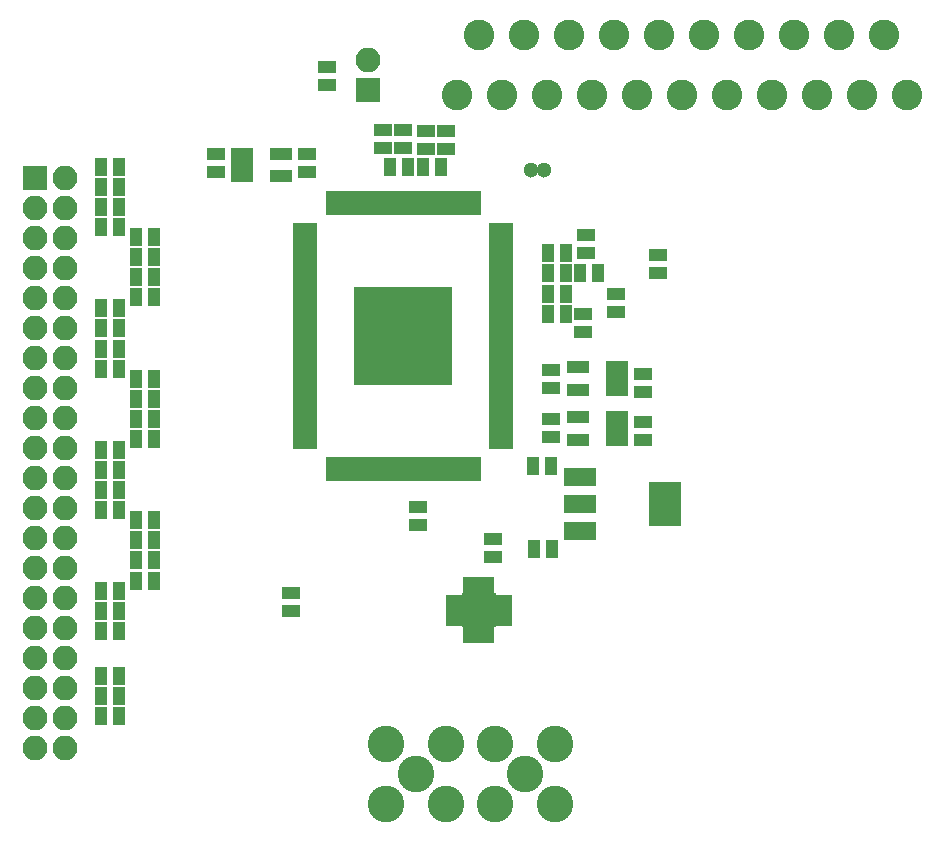
<source format=gbr>
G04 #@! TF.FileFunction,Soldermask,Top*
%FSLAX46Y46*%
G04 Gerber Fmt 4.6, Leading zero omitted, Abs format (unit mm)*
G04 Created by KiCad (PCBNEW 4.0.6+dfsg1-1) date Fri Sep 29 01:28:00 2017*
%MOMM*%
%LPD*%
G01*
G04 APERTURE LIST*
%ADD10C,0.100000*%
%ADD11R,1.543000X1.035000*%
%ADD12R,1.035000X1.543000*%
%ADD13R,2.100000X2.100000*%
%ADD14O,2.100000X2.100000*%
%ADD15C,3.100000*%
%ADD16C,2.600000*%
%ADD17R,2.800000X1.600000*%
%ADD18R,2.800000X3.700000*%
%ADD19R,1.960000X1.050000*%
%ADD20C,1.300000*%
%ADD21R,0.700000X1.400000*%
%ADD22R,1.400000X0.700000*%
%ADD23R,2.900000X2.900000*%
%ADD24C,2.650000*%
%ADD25R,0.700000X2.000000*%
%ADD26R,2.000000X0.700000*%
%ADD27R,8.400000X8.400000*%
%ADD28C,1.400000*%
G04 APERTURE END LIST*
D10*
D11*
X72120000Y-64752000D03*
X72120000Y-63228000D03*
X72090000Y-60732000D03*
X72090000Y-59208000D03*
X35930000Y-40568000D03*
X35930000Y-42092000D03*
D12*
X64312000Y-66960000D03*
X62788000Y-66960000D03*
X64382000Y-73990000D03*
X62858000Y-73990000D03*
D11*
X64290000Y-64542000D03*
X64290000Y-63018000D03*
X64300000Y-60352000D03*
X64300000Y-58828000D03*
X43640000Y-40548000D03*
X43640000Y-42072000D03*
D12*
X64048000Y-54110000D03*
X65572000Y-54110000D03*
X68322000Y-50690000D03*
X66798000Y-50690000D03*
X65572000Y-52400000D03*
X64048000Y-52400000D03*
X65572000Y-48980000D03*
X64048000Y-48980000D03*
D11*
X50080000Y-38588000D03*
X50080000Y-40112000D03*
X55440000Y-38598000D03*
X55440000Y-40122000D03*
D13*
X20630000Y-42600000D03*
D14*
X23170000Y-42600000D03*
X20630000Y-45140000D03*
X23170000Y-45140000D03*
X20630000Y-47680000D03*
X23170000Y-47680000D03*
X20630000Y-50220000D03*
X23170000Y-50220000D03*
X20630000Y-52760000D03*
X23170000Y-52760000D03*
X20630000Y-55300000D03*
X23170000Y-55300000D03*
X20630000Y-57840000D03*
X23170000Y-57840000D03*
X20630000Y-60380000D03*
X23170000Y-60380000D03*
X20630000Y-62920000D03*
X23170000Y-62920000D03*
X20630000Y-65460000D03*
X23170000Y-65460000D03*
X20630000Y-68000000D03*
X23170000Y-68000000D03*
X20630000Y-70540000D03*
X23170000Y-70540000D03*
X20630000Y-73080000D03*
X23170000Y-73080000D03*
X20630000Y-75620000D03*
X23170000Y-75620000D03*
X20630000Y-78160000D03*
X23170000Y-78160000D03*
X20630000Y-80700000D03*
X23170000Y-80700000D03*
X20630000Y-83240000D03*
X23170000Y-83240000D03*
X20630000Y-85780000D03*
X23170000Y-85780000D03*
X20630000Y-88320000D03*
X23170000Y-88320000D03*
X20630000Y-90860000D03*
X23170000Y-90860000D03*
D15*
X52860000Y-93040000D03*
X55400000Y-90500000D03*
X50320000Y-90500000D03*
X50320000Y-95580000D03*
X55400000Y-95580000D03*
X62110000Y-93040000D03*
X64650000Y-90500000D03*
X59570000Y-90500000D03*
X59570000Y-95580000D03*
X64650000Y-95580000D03*
D16*
X58250000Y-30500000D03*
X60155000Y-35580000D03*
X62060000Y-30500000D03*
X63965000Y-35580000D03*
X65870000Y-30500000D03*
X67775000Y-35580000D03*
X69680000Y-30500000D03*
X71585000Y-35580000D03*
X73490000Y-30500000D03*
X75395000Y-35580000D03*
X77300000Y-30500000D03*
X79205000Y-35580000D03*
X92540000Y-30500000D03*
X83015000Y-35580000D03*
X81110000Y-30500000D03*
X86825000Y-35580000D03*
X84920000Y-30500000D03*
X90635000Y-35580000D03*
X88730000Y-30500000D03*
X94445000Y-35580000D03*
X56345000Y-35580000D03*
D13*
X48870000Y-35180000D03*
D14*
X48870000Y-32640000D03*
D12*
X65572000Y-50690000D03*
X64048000Y-50690000D03*
X26198000Y-79290000D03*
X27722000Y-79290000D03*
X26198000Y-88180000D03*
X27722000Y-88180000D03*
X26198000Y-77570000D03*
X27722000Y-77570000D03*
X26198000Y-86470000D03*
X27722000Y-86470000D03*
X26198000Y-84760000D03*
X27722000Y-84760000D03*
X26198000Y-81000000D03*
X27722000Y-81000000D03*
D11*
X51810000Y-38588000D03*
X51810000Y-40112000D03*
D12*
X52222000Y-41640000D03*
X50698000Y-41640000D03*
D11*
X53100000Y-71952000D03*
X53100000Y-70428000D03*
D12*
X29178000Y-76690000D03*
X30702000Y-76690000D03*
X29178000Y-74970000D03*
X30702000Y-74970000D03*
D11*
X53720000Y-38598000D03*
X53720000Y-40122000D03*
D12*
X53448000Y-41640000D03*
X54972000Y-41640000D03*
X29178000Y-73250000D03*
X30702000Y-73250000D03*
X29178000Y-71540000D03*
X30702000Y-71540000D03*
X26198000Y-70730000D03*
X27722000Y-70730000D03*
X26198000Y-69020000D03*
X27722000Y-69020000D03*
X26198000Y-67310000D03*
X27722000Y-67310000D03*
X26198000Y-65600000D03*
X27722000Y-65600000D03*
X29228000Y-64750000D03*
X30752000Y-64750000D03*
X29228000Y-61330000D03*
X30752000Y-61330000D03*
X29228000Y-59620000D03*
X30752000Y-59620000D03*
X26198000Y-57050000D03*
X27722000Y-57050000D03*
X26198000Y-53630000D03*
X27722000Y-53630000D03*
X29198000Y-52700000D03*
X30722000Y-52700000D03*
X29198000Y-49280000D03*
X30722000Y-49280000D03*
X29198000Y-47570000D03*
X30722000Y-47570000D03*
X26198000Y-45080000D03*
X27722000Y-45080000D03*
X26198000Y-41660000D03*
X27722000Y-41660000D03*
X29228000Y-63040000D03*
X30752000Y-63040000D03*
X26198000Y-58760000D03*
X27722000Y-58760000D03*
X26198000Y-55340000D03*
X27722000Y-55340000D03*
X29198000Y-50990000D03*
X30722000Y-50990000D03*
X26198000Y-46790000D03*
X27722000Y-46790000D03*
X26198000Y-43370000D03*
X27722000Y-43370000D03*
D11*
X59410000Y-74722000D03*
X59410000Y-73198000D03*
X42310000Y-77778000D03*
X42310000Y-79302000D03*
X67040000Y-54098000D03*
X67040000Y-55622000D03*
X69860000Y-52398000D03*
X69860000Y-53922000D03*
X73360000Y-50682000D03*
X73360000Y-49158000D03*
X67250000Y-48972000D03*
X67250000Y-47448000D03*
D17*
X66780000Y-70210000D03*
X66780000Y-67910000D03*
X66780000Y-72510000D03*
D18*
X73980000Y-70210000D03*
D19*
X69920000Y-64770000D03*
X69920000Y-63820000D03*
X69920000Y-62870000D03*
X66620000Y-62870000D03*
X66620000Y-64770000D03*
X69920000Y-60530000D03*
X69920000Y-59580000D03*
X69920000Y-58630000D03*
X66620000Y-58630000D03*
X66620000Y-60530000D03*
X38130000Y-40560000D03*
X38130000Y-41510000D03*
X38130000Y-42460000D03*
X41430000Y-42460000D03*
X41430000Y-40560000D03*
D11*
X45370000Y-33188000D03*
X45370000Y-34712000D03*
D20*
X63750000Y-41910000D03*
X62650000Y-41910000D03*
D21*
X59190000Y-77105000D03*
X58690000Y-77105000D03*
X58190000Y-77105000D03*
X57690000Y-77105000D03*
X57190000Y-77105000D03*
D22*
X56075000Y-78220000D03*
X56075000Y-78720000D03*
X56075000Y-79220000D03*
X56075000Y-79720000D03*
X56075000Y-80220000D03*
D21*
X57190000Y-81335000D03*
X57690000Y-81335000D03*
X58190000Y-81335000D03*
X58690000Y-81335000D03*
X59190000Y-81335000D03*
D22*
X60305000Y-80220000D03*
X60305000Y-79720000D03*
X60305000Y-79220000D03*
X60305000Y-78720000D03*
X60305000Y-78220000D03*
D23*
X58190000Y-79220000D03*
D24*
X58190000Y-79220000D03*
D25*
X50580000Y-67290000D03*
X50080000Y-67290000D03*
X49580000Y-67290000D03*
X49080000Y-67290000D03*
X48580000Y-67290000D03*
X48080000Y-67290000D03*
X47580000Y-67290000D03*
X47080000Y-67290000D03*
X46580000Y-67290000D03*
X46080000Y-67290000D03*
X45580000Y-67290000D03*
D26*
X43530000Y-50240000D03*
X43530000Y-49740000D03*
X43530000Y-49240000D03*
X43530000Y-48740000D03*
X43530000Y-48240000D03*
X43530000Y-47740000D03*
X43530000Y-47240000D03*
X43530000Y-46740000D03*
D25*
X57080000Y-44690000D03*
X57580000Y-44690000D03*
X58080000Y-44690000D03*
D26*
X60130000Y-46740000D03*
X60130000Y-47240000D03*
X60130000Y-65240000D03*
X60130000Y-64740000D03*
X60130000Y-64240000D03*
X60130000Y-63740000D03*
X60130000Y-63240000D03*
X60130000Y-62740000D03*
X60130000Y-62240000D03*
X60130000Y-61740000D03*
X60130000Y-61240000D03*
X60130000Y-60740000D03*
X60130000Y-60240000D03*
X60130000Y-59740000D03*
X60130000Y-59240000D03*
X60130000Y-58740000D03*
X60130000Y-58240000D03*
X60130000Y-57740000D03*
X60130000Y-57240000D03*
X60130000Y-56740000D03*
X60130000Y-56240000D03*
X60130000Y-55740000D03*
X60130000Y-55240000D03*
X60130000Y-54740000D03*
X60130000Y-54240000D03*
X60130000Y-53740000D03*
X60130000Y-53240000D03*
X60130000Y-52740000D03*
X60130000Y-52240000D03*
X60130000Y-51740000D03*
X60130000Y-51240000D03*
X60130000Y-50740000D03*
X60130000Y-50240000D03*
X60130000Y-49740000D03*
X60130000Y-49240000D03*
X60130000Y-48740000D03*
X60130000Y-48240000D03*
X60130000Y-47740000D03*
D25*
X56580000Y-44690000D03*
X56080000Y-44690000D03*
X55580000Y-44690000D03*
X55080000Y-44690000D03*
X54580000Y-44690000D03*
X54080000Y-44690000D03*
X53580000Y-44690000D03*
X53080000Y-44690000D03*
X52580000Y-44690000D03*
X52080000Y-44690000D03*
X51580000Y-44690000D03*
X51080000Y-44690000D03*
X50580000Y-44690000D03*
X50080000Y-44690000D03*
X49580000Y-44690000D03*
X49080000Y-44690000D03*
X48580000Y-44690000D03*
X48080000Y-44690000D03*
X47580000Y-44690000D03*
X47080000Y-44690000D03*
X46580000Y-44690000D03*
X46080000Y-44690000D03*
X45580000Y-44690000D03*
D26*
X43530000Y-50740000D03*
X43530000Y-51240000D03*
X43530000Y-51740000D03*
X43530000Y-52240000D03*
X43530000Y-52740000D03*
X43530000Y-53240000D03*
X43530000Y-53740000D03*
X43530000Y-54240000D03*
X43530000Y-54740000D03*
X43530000Y-55240000D03*
X43530000Y-55740000D03*
X43530000Y-56240000D03*
X43530000Y-56740000D03*
X43530000Y-57240000D03*
X43530000Y-57740000D03*
X43530000Y-58240000D03*
X43530000Y-58740000D03*
X43530000Y-59240000D03*
X43530000Y-59740000D03*
X43530000Y-60240000D03*
X43530000Y-60740000D03*
X43530000Y-61240000D03*
X43530000Y-61740000D03*
X43530000Y-62240000D03*
X43530000Y-62740000D03*
X43530000Y-63240000D03*
X43530000Y-63740000D03*
X43530000Y-64240000D03*
X43530000Y-64740000D03*
X43530000Y-65240000D03*
D25*
X51080000Y-67290000D03*
X51580000Y-67290000D03*
X52080000Y-67290000D03*
X52580000Y-67290000D03*
X53080000Y-67290000D03*
X53580000Y-67290000D03*
X54080000Y-67290000D03*
X54580000Y-67290000D03*
X55080000Y-67290000D03*
X55580000Y-67290000D03*
X56080000Y-67290000D03*
X56580000Y-67290000D03*
X57080000Y-67290000D03*
X57580000Y-67290000D03*
X58080000Y-67290000D03*
D27*
X51830000Y-55990000D03*
D28*
X55058340Y-59215800D03*
X53758340Y-59215800D03*
X52458340Y-59215800D03*
X51158340Y-59215800D03*
X49858340Y-59215800D03*
X48558340Y-59215800D03*
X55058340Y-57915800D03*
X53758340Y-57915800D03*
X52458340Y-57915800D03*
X51158340Y-57915800D03*
X49858340Y-57915800D03*
X48558340Y-57915800D03*
X55058340Y-56615800D03*
X53758340Y-56615800D03*
X52458340Y-56615800D03*
X51158340Y-56615800D03*
X49858340Y-56615800D03*
X48558340Y-56615800D03*
X55058340Y-55315800D03*
X53758340Y-55315800D03*
X52458340Y-55315800D03*
X51158340Y-55315800D03*
X49858340Y-55315800D03*
X48558340Y-55315800D03*
X55058340Y-54015800D03*
X53758340Y-54015800D03*
X52458340Y-54015800D03*
X51158340Y-54015800D03*
X49858340Y-54015800D03*
X48558340Y-54015800D03*
X55058340Y-52715800D03*
X53758340Y-52715800D03*
X52458340Y-52715800D03*
X51158340Y-52715800D03*
X49858340Y-52715800D03*
X48558340Y-52715800D03*
M02*

</source>
